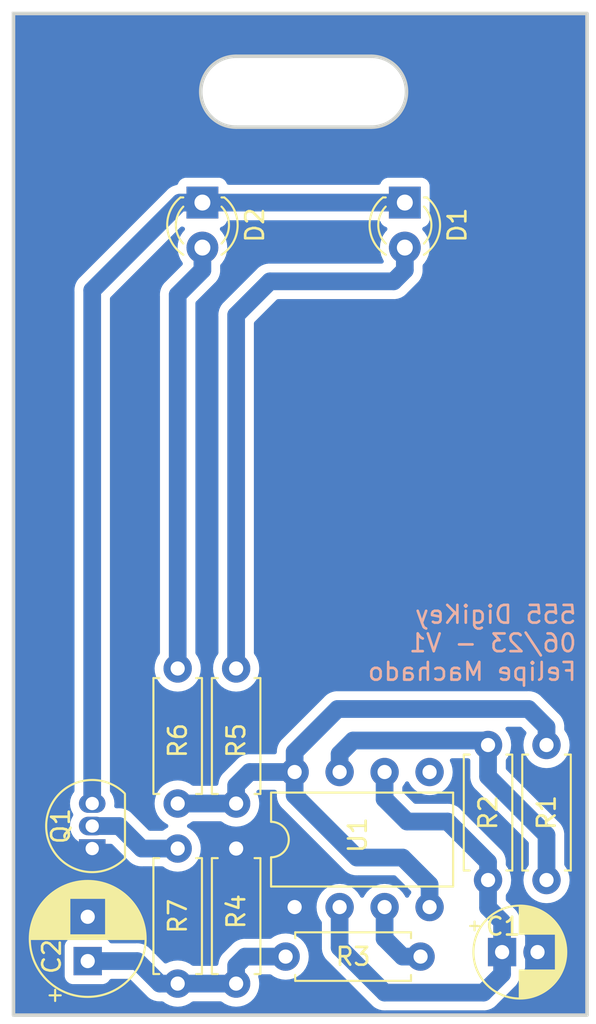
<source format=kicad_pcb>
(kicad_pcb (version 20221018) (generator pcbnew)
  (title_block (title "Project by digiKey") (date "2023-06-14") (rev "V1") (comment 2 "creativecommons.org/licenses/by/4.0/") (comment 3 "License: CC by 4.0") (comment 4 "Author: Felipe Machado"))
  (layers (0 "F.Cu" signal) (31 "B.Cu" signal) (34 "B.Paste" user) (35 "F.Paste" user) (36 "B.SilkS" user "B.Silkscreen") (37 "F.SilkS" user "F.Silkscreen") (38 "B.Mask" user) (39 "F.Mask" user) (44 "Edge.Cuts" user))
  (net 0 "")
  (net 1 "Net-(U1-THR)")
  (net 2 "GND")
  (net 3 "Net-(C2-Pad1)")
  (net 4 "Net-(D1-K)")
  (net 5 "Net-(D1-A)")
  (net 6 "Net-(D2-A)")
  (net 7 "Net-(Q1-B)")
  (net 8 "VCC")
  (net 9 "Net-(U1-DIS)")
  (net 10 "Net-(U1-OUT)")
  (footprint "Package_TO_SOT_THT:TO-92_Inline" (layer "F.Cu") (at 132.842 146.304 90)
    (fp_text reference "Q1" (at 1.27 -1.778 90) (layer "F.SilkS"))
    (fp_text value "2N3904")
    (fp_line (start -0.53 1.85) (end 3.07 1.85) (stroke (width 0.12)) (layer "F.SilkS"))
    (fp_arc (start -0.568478 1.838478) (mid -1.132087 -0.994977) (end 1.27 -2.6) (stroke (width 0.12)) (layer "F.SilkS"))
    (fp_arc (start 1.27 -2.6) (mid 3.672087 -0.994977) (end 3.108478 1.838478) (stroke (width 0.12)) (layer "F.SilkS"))
    (pad "1" thru_hole rect (at 0 0 90) (size 1.05 1.5) (drill 0.75) (layers "*.Cu" "*.Mask") (net 2 "GND"))
    (pad "2" thru_hole oval (at 1.27 0 90) (size 1.05 1.5) (drill 0.75) (layers "*.Cu" "*.Mask") (net 7 "Net-(Q1-B)"))
    (pad "3" thru_hole oval (at 2.54 0 90) (size 1.05 1.5) (drill 0.75) (layers "*.Cu" "*.Mask") (net 4 "Net-(D1-K)"))
  )
  (footprint "Resistor_THT:R_Axial_DIN0207_L6.3mm_D2.5mm_P7.62mm_Horizontal" (layer "F.Cu") (at 151.384 152.4 180)
    (fp_text reference "R3" (at 3.81 0) (layer "F.SilkS"))
    (fp_text value "22k")
    (fp_line (start 0.54 -1.37) (end 7.08 -1.37) (stroke (width 0.12)) (layer "F.SilkS"))
    (fp_line (start 0.54 -1.04) (end 0.54 -1.37) (stroke (width 0.12)) (layer "F.SilkS"))
    (fp_line (start 0.54 1.04) (end 0.54 1.37) (stroke (width 0.12)) (layer "F.SilkS"))
    (fp_line (start 0.54 1.37) (end 7.08 1.37) (stroke (width 0.12)) (layer "F.SilkS"))
    (fp_line (start 7.08 -1.37) (end 7.08 -1.04) (stroke (width 0.12)) (layer "F.SilkS"))
    (fp_line (start 7.08 1.37) (end 7.08 1.04) (stroke (width 0.12)) (layer "F.SilkS"))
    (pad "1" thru_hole circle (at 0 0 180) (size 1.6 1.6) (drill 0.8) (layers "*.Cu" "*.Mask") (net 10 "Net-(U1-OUT)"))
    (pad "2" thru_hole oval (at 7.62 0 180) (size 1.6 1.6) (drill 0.8) (layers "*.Cu" "*.Mask") (net 3 "Net-(C2-Pad1)"))
  )
  (footprint "Capacitor_THT:CP_Radial_D6.3mm_P2.50mm" (layer "F.Cu") (at 132.588 152.654 90)
    (fp_text reference "C2" (at 0.254 -2.032 90) (layer "F.SilkS"))
    (fp_text value "100uF")
    (fp_line (start -2.250241 -1.839) (end -1.620241 -1.839) (stroke (width 0.12)) (layer "F.SilkS"))
    (fp_line (start -1.935241 -2.154) (end -1.935241 -1.524) (stroke (width 0.12)) (layer "F.SilkS"))
    (fp_line (start 1.25 -3.23) (end 1.25 3.23) (stroke (width 0.12)) (layer "F.SilkS"))
    (fp_line (start 1.29 -3.23) (end 1.29 3.23) (stroke (width 0.12)) (layer "F.SilkS"))
    (fp_line (start 1.33 -3.23) (end 1.33 3.23) (stroke (width 0.12)) (layer "F.SilkS"))
    (fp_line (start 1.37 -3.228) (end 1.37 3.228) (stroke (width 0.12)) (layer "F.SilkS"))
    (fp_line (start 1.41 -3.227) (end 1.41 3.227) (stroke (width 0.12)) (layer "F.SilkS"))
    (fp_line (start 1.45 -3.224) (end 1.45 3.224) (stroke (width 0.12)) (layer "F.SilkS"))
    (fp_line (start 1.49 -3.222) (end 1.49 -1.04) (stroke (width 0.12)) (layer "F.SilkS"))
    (fp_line (start 1.49 1.04) (end 1.49 3.222) (stroke (width 0.12)) (layer "F.SilkS"))
    (fp_line (start 1.53 -3.218) (end 1.53 -1.04) (stroke (width 0.12)) (layer "F.SilkS"))
    (fp_line (start 1.53 1.04) (end 1.53 3.218) (stroke (width 0.12)) (layer "F.SilkS"))
    (fp_line (start 1.57 -3.215) (end 1.57 -1.04) (stroke (width 0.12)) (layer "F.SilkS"))
    (fp_line (start 1.57 1.04) (end 1.57 3.215) (stroke (width 0.12)) (layer "F.SilkS"))
    (fp_line (start 1.61 -3.211) (end 1.61 -1.04) (stroke (width 0.12)) (layer "F.SilkS"))
    (fp_line (start 1.61 1.04) (end 1.61 3.211) (stroke (width 0.12)) (layer "F.SilkS"))
    (fp_line (start 1.65 -3.206) (end 1.65 -1.04) (stroke (width 0.12)) (layer "F.SilkS"))
    (fp_line (start 1.65 1.04) (end 1.65 3.206) (stroke (width 0.12)) (layer "F.SilkS"))
    (fp_line (start 1.69 -3.201) (end 1.69 -1.04) (stroke (width 0.12)) (layer "F.SilkS"))
    (fp_line (start 1.69 1.04) (end 1.69 3.201) (stroke (width 0.12)) (layer "F.SilkS"))
    (fp_line (start 1.73 -3.195) (end 1.73 -1.04) (stroke (width 0.12)) (layer "F.SilkS"))
    (fp_line (start 1.73 1.04) (end 1.73 3.195) (stroke (width 0.12)) (layer "F.SilkS"))
    (fp_line (start 1.77 -3.189) (end 1.77 -1.04) (stroke (width 0.12)) (layer "F.SilkS"))
    (fp_line (start 1.77 1.04) (end 1.77 3.189) (stroke (width 0.12)) (layer "F.SilkS"))
    (fp_line (start 1.81 -3.182) (end 1.81 -1.04) (stroke (width 0.12)) (layer "F.SilkS"))
    (fp_line (start 1.81 1.04) (end 1.81 3.182) (stroke (width 0.12)) (layer "F.SilkS"))
    (fp_line (start 1.85 -3.175) (end 1.85 -1.04) (stroke (width 0.12)) (layer "F.SilkS"))
    (fp_line (start 1.85 1.04) (end 1.85 3.175) (stroke (width 0.12)) (layer "F.SilkS"))
    (fp_line (start 1.89 -3.167) (end 1.89 -1.04) (stroke (width 0.12)) (layer "F.SilkS"))
    (fp_line (start 1.89 1.04) (end 1.89 3.167) (stroke (width 0.12)) (layer "F.SilkS"))
    (fp_line (start 1.93 -3.159) (end 1.93 -1.04) (stroke (width 0.12)) (layer "F.SilkS"))
    (fp_line (start 1.93 1.04) (end 1.93 3.159) (stroke (width 0.12)) (layer "F.SilkS"))
    (fp_line (start 1.971 -3.15) (end 1.971 -1.04) (stroke (width 0.12)) (layer "F.SilkS"))
    (fp_line (start 1.971 1.04) (end 1.971 3.15) (stroke (width 0.12)) (layer "F.SilkS"))
    (fp_line (start 2.011 -3.141) (end 2.011 -1.04) (stroke (width 0.12)) (layer "F.SilkS"))
    (fp_line (start 2.011 1.04) (end 2.011 3.141) (stroke (width 0.12)) (layer "F.SilkS"))
    (fp_line (start 2.051 -3.131) (end 2.051 -1.04) (stroke (width 0.12)) (layer "F.SilkS"))
    (fp_line (start 2.051 1.04) (end 2.051 3.131) (stroke (width 0.12)) (layer "F.SilkS"))
    (fp_line (start 2.091 -3.121) (end 2.091 -1.04) (stroke (width 0.12)) (layer "F.SilkS"))
    (fp_line (start 2.091 1.04) (end 2.091 3.121) (stroke (width 0.12)) (layer "F.SilkS"))
    (fp_line (start 2.131 -3.11) (end 2.131 -1.04) (stroke (width 0.12)) (layer "F.SilkS"))
    (fp_line (start 2.131 1.04) (end 2.131 3.11) (stroke (width 0.12)) (layer "F.SilkS"))
    (fp_line (start 2.171 -3.098) (end 2.171 -1.04) (stroke (width 0.12)) (layer "F.SilkS"))
    (fp_line (start 2.171 1.04) (end 2.171 3.098) (stroke (width 0.12)) (layer "F.SilkS"))
    (fp_line (start 2.211 -3.086) (end 2.211 -1.04) (stroke (width 0.12)) (layer "F.SilkS"))
    (fp_line (start 2.211 1.04) (end 2.211 3.086) (stroke (width 0.12)) (layer "F.SilkS"))
    (fp_line (start 2.251 -3.074) (end 2.251 -1.04) (stroke (width 0.12)) (layer "F.SilkS"))
    (fp_line (start 2.251 1.04) (end 2.251 3.074) (stroke (width 0.12)) (layer "F.SilkS"))
    (fp_line (start 2.291 -3.061) (end 2.291 -1.04) (stroke (width 0.12)) (layer "F.SilkS"))
    (fp_line (start 2.291 1.04) (end 2.291 3.061) (stroke (width 0.12)) (layer "F.SilkS"))
    (fp_line (start 2.331 -3.047) (end 2.331 -1.04) (stroke (width 0.12)) (layer "F.SilkS"))
    (fp_line (start 2.331 1.04) (end 2.331 3.047) (stroke (width 0.12)) (layer "F.SilkS"))
    (fp_line (start 2.371 -3.033) (end 2.371 -1.04) (stroke (width 0.12)) (layer "F.SilkS"))
    (fp_line (start 2.371 1.04) (end 2.371 3.033) (stroke (width 0.12)) (layer "F.SilkS"))
    (fp_line (start 2.411 -3.018) (end 2.411 -1.04) (stroke (width 0.12)) (layer "F.SilkS"))
    (fp_line (start 2.411 1.04) (end 2.411 3.018) (stroke (width 0.12)) (layer "F.SilkS"))
    (fp_line (start 2.451 -3.002) (end 2.451 -1.04) (stroke (width 0.12)) (layer "F.SilkS"))
    (fp_line (start 2.451 1.04) (end 2.451 3.002) (stroke (width 0.12)) (layer "F.SilkS"))
    (fp_line (start 2.491 -2.986) (end 2.491 -1.04) (stroke (width 0.12)) (layer "F.SilkS"))
    (fp_line (start 2.491 1.04) (end 2.491 2.986) (stroke (width 0.12)) (layer "F.SilkS"))
    (fp_line (start 2.531 -2.97) (end 2.531 -1.04) (stroke (width 0.12)) (layer "F.SilkS"))
    (fp_line (start 2.531 1.04) (end 2.531 2.97) (stroke (width 0.12)) (layer "F.SilkS"))
    (fp_line (start 2.571 -2.952) (end 2.571 -1.04) (stroke (width 0.12)) (layer "F.SilkS"))
    (fp_line (start 2.571 1.04) (end 2.571 2.952) (stroke (width 0.12)) (layer "F.SilkS"))
    (fp_line (start 2.611 -2.934) (end 2.611 -1.04) (stroke (width 0.12)) (layer "F.SilkS"))
    (fp_line (start 2.611 1.04) (end 2.611 2.934) (stroke (width 0.12)) (layer "F.SilkS"))
    (fp_line (start 2.651 -2.916) (end 2.651 -1.04) (stroke (width 0.12)) (layer "F.SilkS"))
    (fp_line (start 2.651 1.04) (end 2.651 2.916) (stroke (width 0.12)) (layer "F.SilkS"))
    (fp_line (start 2.691 -2.896) (end 2.691 -1.04) (stroke (width 0.12)) (layer "F.SilkS"))
    (fp_line (start 2.691 1.04) (end 2.691 2.896) (stroke (width 0.12)) (layer "F.SilkS"))
    (fp_line (start 2.731 -2.876) (end 2.731 -1.04) (stroke (width 0.12)) (layer "F.SilkS"))
    (fp_line (start 2.731 1.04) (end 2.731 2.876) (stroke (width 0.12)) (layer "F.SilkS"))
    (fp_line (start 2.771 -2.856) (end 2.771 -1.04) (stroke (width 0.12)) (layer "F.SilkS"))
    (fp_line (start 2.771 1.04) (end 2.771 2.856) (stroke (width 0.12)) (layer "F.SilkS"))
    (fp_line (start 2.811 -2.834) (end 2.811 -1.04) (stroke (width 0.12)) (layer "F.SilkS"))
    (fp_line (start 2.811 1.04) (end 2.811 2.834) (stroke (width 0.12)) (layer "F.SilkS"))
    (fp_line (start 2.851 -2.812) (end 2.851 -1.04) (stroke (width 0.12)) (layer "F.SilkS"))
    (fp_line (start 2.851 1.04) (end 2.851 2.812) (stroke (width 0.12)) (layer "F.SilkS"))
    (fp_line (start 2.891 -2.79) (end 2.891 -1.04) (stroke (width 0.12)) (layer "F.SilkS"))
    (fp_line (start 2.891 1.04) (end 2.891 2.79) (stroke (width 0.12)) (layer "F.SilkS"))
    (fp_line (start 2.931 -2.766) (end 2.931 -1.04) (stroke (width 0.12)) (layer "F.SilkS"))
    (fp_line (start 2.931 1.04) (end 2.931 2.766) (stroke (width 0.12)) (layer "F.SilkS"))
    (fp_line (start 2.971 -2.742) (end 2.971 -1.04) (stroke (width 0.12)) (layer "F.SilkS"))
    (fp_line (start 2.971 1.04) (end 2.971 2.742) (stroke (width 0.12)) (layer "F.SilkS"))
    (fp_line (start 3.011 -2.716) (end 3.011 -1.04) (stroke (width 0.12)) (layer "F.SilkS"))
    (fp_line (start 3.011 1.04) (end 3.011 2.716) (stroke (width 0.12)) (layer "F.SilkS"))
    (fp_line (start 3.051 -2.69) (end 3.051 -1.04) (stroke (width 0.12)) (layer "F.SilkS"))
    (fp_line (start 3.051 1.04) (end 3.051 2.69) (stroke (width 0.12)) (layer "F.SilkS"))
    (fp_line (start 3.091 -2.664) (end 3.091 -1.04) (stroke (width 0.12)) (layer "F.SilkS"))
    (fp_line (start 3.091 1.04) (end 3.091 2.664) (stroke (width 0.12)) (layer "F.SilkS"))
    (fp_line (start 3.131 -2.636) (end 3.131 -1.04) (stroke (width 0.12)) (layer "F.SilkS"))
    (fp_line (start 3.131 1.04) (end 3.131 2.636) (stroke (width 0.12)) (layer "F.SilkS"))
    (fp_line (start 3.171 -2.607) (end 3.171 -1.04) (stroke (width 0.12)) (layer "F.SilkS"))
    (fp_line (start 3.171 1.04) (end 3.171 2.607) (stroke (width 0.12)) (layer "F.SilkS"))
    (fp_line (start 3.211 -2.578) (end 3.211 -1.04) (stroke (width 0.12)) (layer "F.SilkS"))
    (fp_line (start 3.211 1.04) (end 3.211 2.578) (stroke (width 0.12)) (layer "F.SilkS"))
    (fp_line (start 3.251 -2.548) (end 3.251 -1.04) (stroke (width 0.12)) (layer "F.SilkS"))
    (fp_line (start 3.251 1.04) (end 3.251 2.548) (stroke (width 0.12)) (layer "F.SilkS"))
    (fp_line (start 3.291 -2.516) (end 3.291 -1.04) (stroke (width 0.12)) (layer "F.SilkS"))
    (fp_line (start 3.291 1.04) (end 3.291 2.516) (stroke (width 0.12)) (layer "F.SilkS"))
    (fp_line (start 3.331 -2.484) (end 3.331 -1.04) (stroke (width 0.12)) (layer "F.SilkS"))
    (fp_line (start 3.331 1.04) (end 3.331 2.484) (stroke (width 0.12)) (layer "F.SilkS"))
    (fp_line (start 3.371 -2.45) (end 3.371 -1.04) (stroke (width 0.12)) (layer "F.SilkS"))
    (fp_line (start 3.371 1.04) (end 3.371 2.45) (stroke (width 0.12)) (layer "F.SilkS"))
    (fp_line (start 3.411 -2.416) (end 3.411 -1.04) (stroke (width 0.12)) (layer "F.SilkS"))
    (fp_line (start 3.411 1.04) (end 3.411 2.416) (stroke (width 0.12)) (layer "F.SilkS"))
    (fp_line (start 3.451 -2.38) (end 3.451 -1.04) (stroke (width 0.12)) (layer "F.SilkS"))
    (fp_line (start 3.451 1.04) (end 3.451 2.38) (stroke (width 0.12)) (layer "F.SilkS"))
    (fp_line (start 3.491 -2.343) (end 3.491 -1.04) (stroke (width 0.12)) (layer "F.SilkS"))
    (fp_line (start 3.491 1.04) (end 3.491 2.343) (stroke (width 0.12)) (layer "F.SilkS"))
    (fp_line (start 3.531 -2.305) (end 3.531 -1.04) (stroke (width 0.12)) (layer "F.SilkS"))
    (fp_line (start 3.531 1.04) (end 3.531 2.305) (stroke (width 0.12)) (layer "F.SilkS"))
    (fp_line (start 3.571 -2.265) (end 3.571 2.265) (stroke (width 0.12)) (layer "F.SilkS"))
    (fp_line (start 3.611 -2.224) (end 3.611 2.224) (stroke (width 0.12)) (layer "F.SilkS"))
    (fp_line (start 3.651 -2.182) (end 3.651 2.182) (stroke (width 0.12)) (layer "F.SilkS"))
    (fp_line (start 3.691 -2.137) (end 3.691 2.137) (stroke (width 0.12)) (layer "F.SilkS"))
    (fp_line (start 3.731 -2.092) (end 3.731 2.092) (stroke (width 0.12)) (layer "F.SilkS"))
    (fp_line (start 3.771 -2.044) (end 3.771 2.044) (stroke (width 0.12)) (layer "F.SilkS"))
    (fp_line (start 3.811 -1.995) (end 3.811 1.995) (stroke (width 0.12)) (layer "F.SilkS"))
    (fp_line (start 3.851 -1.944) (end 3.851 1.944) (stroke (width 0.12)) (layer "F.SilkS"))
    (fp_line (start 3.891 -1.89) (end 3.891 1.89) (stroke (width 0.12)) (layer "F.SilkS"))
    (fp_line (start 3.931 -1.834) (end 3.931 1.834) (stroke (width 0.12)) (layer "F.SilkS"))
    (fp_line (start 3.971 -1.776) (end 3.971 1.776) (stroke (width 0.12)) (layer "F.SilkS"))
    (fp_line (start 4.011 -1.714) (end 4.011 1.714) (stroke (width 0.12)) (layer "F.SilkS"))
    (fp_line (start 4.051 -1.65) (end 4.051 1.65) (stroke (width 0.12)) (layer "F.SilkS"))
    (fp_line (start 4.091 -1.581) (end 4.091 1.581) (stroke (width 0.12)) (layer "F.SilkS"))
    (fp_line (start 4.131 -1.509) (end 4.131 1.509) (stroke (width 0.12)) (layer "F.SilkS"))
    (fp_line (start 4.171 -1.432) (end 4.171 1.432) (stroke (width 0.12)) (layer "F.SilkS"))
    (fp_line (start 4.211 -1.35) (end 4.211 1.35) (stroke (width 0.12)) (layer "F.SilkS"))
    (fp_line (start 4.251 -1.262) (end 4.251 1.262) (stroke (width 0.12)) (layer "F.SilkS"))
    (fp_line (start 4.291 -1.165) (end 4.291 1.165) (stroke (width 0.12)) (layer "F.SilkS"))
    (fp_line (start 4.331 -1.059) (end 4.331 1.059) (stroke (width 0.12)) (layer "F.SilkS"))
    (fp_line (start 4.371 -0.94) (end 4.371 0.94) (stroke (width 0.12)) (layer "F.SilkS"))
    (fp_line (start 4.411 -0.802) (end 4.411 0.802) (stroke (width 0.12)) (layer "F.SilkS"))
    (fp_line (start 4.451 -0.633) (end 4.451 0.633) (stroke (width 0.12)) (layer "F.SilkS"))
    (fp_line (start 4.491 -0.402) (end 4.491 0.402) (stroke (width 0.12)) (layer "F.SilkS"))
    (fp_circle (center 1.25 0) (end 4.52 0) (stroke (width 0.12)) (fill none) (layer "F.SilkS"))
    (pad "1" thru_hole rect (at 0 0 90) (size 1.6 1.6) (drill 0.8) (layers "*.Cu" "*.Mask") (net 3 "Net-(C2-Pad1)"))
    (pad "2" thru_hole circle (at 2.5 0 90) (size 1.6 1.6) (drill 0.8) (layers "*.Cu" "*.Mask") (net 2 "GND"))
  )
  (footprint "Resistor_THT:R_Axial_DIN0207_L6.3mm_D2.5mm_P7.62mm_Horizontal" (layer "F.Cu") (at 140.97 143.764 90)
    (fp_text reference "R5" (at 3.556 0 90) (layer "F.SilkS"))
    (fp_text value "100")
    (fp_line (start 0.54 -1.37) (end 7.08 -1.37) (stroke (width 0.12)) (layer "F.SilkS"))
    (fp_line (start 0.54 -1.04) (end 0.54 -1.37) (stroke (width 0.12)) (layer "F.SilkS"))
    (fp_line (start 0.54 1.04) (end 0.54 1.37) (stroke (width 0.12)) (layer "F.SilkS"))
    (fp_line (start 0.54 1.37) (end 7.08 1.37) (stroke (width 0.12)) (layer "F.SilkS"))
    (fp_line (start 7.08 -1.37) (end 7.08 -1.04) (stroke (width 0.12)) (layer "F.SilkS"))
    (fp_line (start 7.08 1.37) (end 7.08 1.04) (stroke (width 0.12)) (layer "F.SilkS"))
    (pad "1" thru_hole circle (at 0 0 90) (size 1.6 1.6) (drill 0.8) (layers "*.Cu" "*.Mask") (net 8 "VCC"))
    (pad "2" thru_hole oval (at 7.62 0 90) (size 1.6 1.6) (drill 0.8) (layers "*.Cu" "*.Mask") (net 5 "Net-(D1-A)"))
  )
  (footprint "Resistor_THT:R_Axial_DIN0207_L6.3mm_D2.5mm_P7.62mm_Horizontal" (layer "F.Cu") (at 158.496 140.462 -90)
    (fp_text reference "R1" (at 3.81 0 90) (layer "F.SilkS"))
    (fp_text value "22k")
    (fp_line (start 0.54 -1.37) (end 7.08 -1.37) (stroke (width 0.12)) (layer "F.SilkS"))
    (fp_line (start 0.54 -1.04) (end 0.54 -1.37) (stroke (width 0.12)) (layer "F.SilkS"))
    (fp_line (start 0.54 1.04) (end 0.54 1.37) (stroke (width 0.12)) (layer "F.SilkS"))
    (fp_line (start 0.54 1.37) (end 7.08 1.37) (stroke (width 0.12)) (layer "F.SilkS"))
    (fp_line (start 7.08 -1.37) (end 7.08 -1.04) (stroke (width 0.12)) (layer "F.SilkS"))
    (fp_line (start 7.08 1.37) (end 7.08 1.04) (stroke (width 0.12)) (layer "F.SilkS"))
    (pad "1" thru_hole circle (at 0 0 270) (size 1.6 1.6) (drill 0.8) (layers "*.Cu" "*.Mask") (net 8 "VCC"))
    (pad "2" thru_hole oval (at 7.62 0 270) (size 1.6 1.6) (drill 0.8) (layers "*.Cu" "*.Mask") (net 9 "Net-(U1-DIS)"))
  )
  (footprint "Capacitor_THT:CP_Radial_D5.0mm_P2.00mm" (layer "F.Cu") (at 155.988 152.146)
    (fp_text reference "C1" (at 0.062 -1.446) (layer "F.SilkS"))
    (fp_text value "10uF")
    (fp_line (start -1.804775 -1.475) (end -1.304775 -1.475) (stroke (width 0.12)) (layer "F.SilkS"))
    (fp_line (start -1.554775 -1.725) (end -1.554775 -1.225) (stroke (width 0.12)) (layer "F.SilkS"))
    (fp_line (start 1 -2.58) (end 1 -1.04) (stroke (width 0.12)) (layer "F.SilkS"))
    (fp_line (start 1 1.04) (end 1 2.58) (stroke (width 0.12)) (layer "F.SilkS"))
    (fp_line (start 1.04 -2.58) (end 1.04 -1.04) (stroke (width 0.12)) (layer "F.SilkS"))
    (fp_line (start 1.04 1.04) (end 1.04 2.58) (stroke (width 0.12)) (layer "F.SilkS"))
    (fp_line (start 1.08 -2.579) (end 1.08 -1.04) (stroke (width 0.12)) (layer "F.SilkS"))
    (fp_line (start 1.08 1.04) (end 1.08 2.579) (stroke (width 0.12)) (layer "F.SilkS"))
    (fp_line (start 1.12 -2.578) (end 1.12 -1.04) (stroke (width 0.12)) (layer "F.SilkS"))
    (fp_line (start 1.12 1.04) (end 1.12 2.578) (stroke (width 0.12)) (layer "F.SilkS"))
    (fp_line (start 1.16 -2.576) (end 1.16 -1.04) (stroke (width 0.12)) (layer "F.SilkS"))
    (fp_line (start 1.16 1.04) (end 1.16 2.576) (stroke (width 0.12)) (layer "F.SilkS"))
    (fp_line (start 1.2 -2.573) (end 1.2 -1.04) (stroke (width 0.12)) (layer "F.SilkS"))
    (fp_line (start 1.2 1.04) (end 1.2 2.573) (stroke (width 0.12)) (layer "F.SilkS"))
    (fp_line (start 1.24 -2.569) (end 1.24 -1.04) (stroke (width 0.12)) (layer "F.SilkS"))
    (fp_line (start 1.24 1.04) (end 1.24 2.569) (stroke (width 0.12)) (layer "F.SilkS"))
    (fp_line (start 1.28 -2.565) (end 1.28 -1.04) (stroke (width 0.12)) (layer "F.SilkS"))
    (fp_line (start 1.28 1.04) (end 1.28 2.565) (stroke (width 0.12)) (layer "F.SilkS"))
    (fp_line (start 1.32 -2.561) (end 1.32 -1.04) (stroke (width 0.12)) (layer "F.SilkS"))
    (fp_line (start 1.32 1.04) (end 1.32 2.561) (stroke (width 0.12)) (layer "F.SilkS"))
    (fp_line (start 1.36 -2.556) (end 1.36 -1.04) (stroke (width 0.12)) (layer "F.SilkS"))
    (fp_line (start 1.36 1.04) (end 1.36 2.556) (stroke (width 0.12)) (layer "F.SilkS"))
    (fp_line (start 1.4 -2.55) (end 1.4 -1.04) (stroke (width 0.12)) (layer "F.SilkS"))
    (fp_line (start 1.4 1.04) (end 1.4 2.55) (stroke (width 0.12)) (layer "F.SilkS"))
    (fp_line (start 1.44 -2.543) (end 1.44 -1.04) (stroke (width 0.12)) (layer "F.SilkS"))
    (fp_line (start 1.44 1.04) (end 1.44 2.543) (stroke (width 0.12)) (layer "F.SilkS"))
    (fp_line (start 1.48 -2.536) (end 1.48 -1.04) (stroke (width 0.12)) (layer "F.SilkS"))
    (fp_line (start 1.48 1.04) (end 1.48 2.536) (stroke (width 0.12)) (layer "F.SilkS"))
    (fp_line (start 1.52 -2.528) (end 1.52 -1.04) (stroke (width 0.12)) (layer "F.SilkS"))
    (fp_line (start 1.52 1.04) (end 1.52 2.528) (stroke (width 0.12)) (layer "F.SilkS"))
    (fp_line (start 1.56 -2.52) (end 1.56 -1.04) (stroke (width 0.12)) (layer "F.SilkS"))
    (fp_line (start 1.56 1.04) (end 1.56 2.52) (stroke (width 0.12)) (layer "F.SilkS"))
    (fp_line (start 1.6 -2.511) (end 1.6 -1.04) (stroke (width 0.12)) (layer "F.SilkS"))
    (fp_line (start 1.6 1.04) (end 1.6 2.511) (stroke (width 0.12)) (layer "F.SilkS"))
    (fp_line (start 1.64 -2.501) (end 1.64 -1.04) (stroke (width 0.12)) (layer "F.SilkS"))
    (fp_line (start 1.64 1.04) (end 1.64 2.501) (stroke (width 0.12)) (layer "F.SilkS"))
    (fp_line (start 1.68 -2.491) (end 1.68 -1.04) (stroke (width 0.12)) (layer "F.SilkS"))
    (fp_line (start 1.68 1.04) (end 1.68 2.491) (stroke (width 0.12)) (layer "F.SilkS"))
    (fp_line (start 1.721 -2.48) (end 1.721 -1.04) (stroke (width 0.12)) (layer "F.SilkS"))
    (fp_line (start 1.721 1.04) (end 1.721 2.48) (stroke (width 0.12)) (layer "F.SilkS"))
    (fp_line (start 1.761 -2.468) (end 1.761 -1.04) (stroke (width 0.12)) (layer "F.SilkS"))
    (fp_line (start 1.761 1.04) (end 1.761 2.468) (stroke (width 0.12)) (layer "F.SilkS"))
    (fp_line (start 1.801 -2.455) (end 1.801 -1.04) (stroke (width 0.12)) (layer "F.SilkS"))
    (fp_line (start 1.801 1.04) (end 1.801 2.455) (stroke (width 0.12)) (layer "F.SilkS"))
    (fp_line (start 1.841 -2.442) (end 1.841 -1.04) (stroke (width 0.12)) (layer "F.SilkS"))
    (fp_line (start 1.841 1.04) (end 1.841 2.442) (stroke (width 0.12)) (layer "F.SilkS"))
    (fp_line (start 1.881 -2.428) (end 1.881 -1.04) (stroke (width 0.12)) (layer "F.SilkS"))
    (fp_line (start 1.881 1.04) (end 1.881 2.428) (stroke (width 0.12)) (layer "F.SilkS"))
    (fp_line (start 1.921 -2.414) (end 1.921 -1.04) (stroke (width 0.12)) (layer "F.SilkS"))
    (fp_line (start 1.921 1.04) (end 1.921 2.414) (stroke (width 0.12)) (layer "F.SilkS"))
    (fp_line (start 1.961 -2.398) (end 1.961 -1.04) (stroke (width 0.12)) (layer "F.SilkS"))
    (fp_line (start 1.961 1.04) (end 1.961 2.398) (stroke (width 0.12)) (layer "F.SilkS"))
    (fp_line (start 2.001 -2.382) (end 2.001 -1.04) (stroke (width 0.12)) (layer "F.SilkS"))
    (fp_line (start 2.001 1.04) (end 2.001 2.382) (stroke (width 0.12)) (layer "F.SilkS"))
    (fp_line (start 2.041 -2.365) (end 2.041 -1.04) (stroke (width 0.12)) (layer "F.SilkS"))
    (fp_line (start 2.041 1.04) (end 2.041 2.365) (stroke (width 0.12)) (layer "F.SilkS"))
    (fp_line (start 2.081 -2.348) (end 2.081 -1.04) (stroke (width 0.12)) (layer "F.SilkS"))
    (fp_line (start 2.081 1.04) (end 2.081 2.348) (stroke (width 0.12)) (layer "F.SilkS"))
    (fp_line (start 2.121 -2.329) (end 2.121 -1.04) (stroke (width 0.12)) (layer "F.SilkS"))
    (fp_line (start 2.121 1.04) (end 2.121 2.329) (stroke (width 0.12)) (layer "F.SilkS"))
    (fp_line (start 2.161 -2.31) (end 2.161 -1.04) (stroke (width 0.12)) (layer "F.SilkS"))
    (fp_line (start 2.161 1.04) (end 2.161 2.31) (stroke (width 0.12)) (layer "F.SilkS"))
    (fp_line (start 2.201 -2.29) (end 2.201 -1.04) (stroke (width 0.12)) (layer "F.SilkS"))
    (fp_line (start 2.201 1.04) (end 2.201 2.29) (stroke (width 0.12)) (layer "F.SilkS"))
    (fp_line (start 2.241 -2.268) (end 2.241 -1.04) (stroke (width 0.12)) (layer "F.SilkS"))
    (fp_line (start 2.241 1.04) (end 2.241 2.268) (stroke (width 0.12)) (layer "F.SilkS"))
    (fp_line (start 2.281 -2.247) (end 2.281 -1.04) (stroke (width 0.12)) (layer "F.SilkS"))
    (fp_line (start 2.281 1.04) (end 2.281 2.247) (stroke (width 0.12)) (layer "F.SilkS"))
    (fp_line (start 2.321 -2.224) (end 2.321 -1.04) (stroke (width 0.12)) (layer "F.SilkS"))
    (fp_line (start 2.321 1.04) (end 2.321 2.224) (stroke (width 0.12)) (layer "F.SilkS"))
    (fp_line (start 2.361 -2.2) (end 2.361 -1.04) (stroke (width 0.12)) (layer "F.SilkS"))
    (fp_line (start 2.361 1.04) (end 2.361 2.2) (stroke (width 0.12)) (layer "F.SilkS"))
    (fp_line (start 2.401 -2.175) (end 2.401 -1.04) (stroke (width 0.12)) (layer "F.SilkS"))
    (fp_line (start 2.401 1.04) (end 2.401 2.175) (stroke (width 0.12)) (layer "F.SilkS"))
    (fp_line (start 2.441 -2.149) (end 2.441 -1.04) (stroke (width 0.12)) (layer "F.SilkS"))
    (fp_line (start 2.441 1.04) (end 2.441 2.149) (stroke (width 0.12)) (layer "F.SilkS"))
    (fp_line (start 2.481 -2.122) (end 2.481 -1.04) (stroke (width 0.12)) (layer "F.SilkS"))
    (fp_line (start 2.481 1.04) (end 2.481 2.122) (stroke (width 0.12)) (layer "F.SilkS"))
    (fp_line (start 2.521 -2.095) (end 2.521 -1.04) (stroke (width 0.12)) (layer "F.SilkS"))
    (fp_line (start 2.521 1.04) (end 2.521 2.095) (stroke (width 0.12)) (layer "F.SilkS"))
    (fp_line (start 2.561 -2.065) (end 2.561 -1.04) (stroke (width 0.12)) (layer "F.SilkS"))
    (fp_line (start 2.561 1.04) (end 2.561 2.065) (stroke (width 0.12)) (layer "F.SilkS"))
    (fp_line (start 2.601 -2.035) (end 2.601 -1.04) (stroke (width 0.12)) (layer "F.SilkS"))
    (fp_line (start 2.601 1.04) (end 2.601 2.035) (stroke (width 0.12)) (layer "F.SilkS"))
    (fp_line (start 2.641 -2.004) (end 2.641 -1.04) (stroke (width 0.12)) (layer "F.SilkS"))
    (fp_line (start 2.641 1.04) (end 2.641 2.004) (stroke (width 0.12)) (layer "F.SilkS"))
    (fp_line (start 2.681 -1.971) (end 2.681 -1.04) (stroke (width 0.12)) (layer "F.SilkS"))
    (fp_line (start 2.681 1.04) (end 2.681 1.971) (stroke (width 0.12)) (layer "F.SilkS"))
    (fp_line (start 2.721 -1.937) (end 2.721 -1.04) (stroke (width 0.12)) (layer "F.SilkS"))
    (fp_line (start 2.721 1.04) (end 2.721 1.937) (stroke (width 0.12)) (layer "F.SilkS"))
    (fp_line (start 2.761 -1.901) (end 2.761 -1.04) (stroke (width 0.12)) (layer "F.SilkS"))
    (fp_line (start 2.761 1.04) (end 2.761 1.901) (stroke (width 0.12)) (layer "F.SilkS"))
    (fp_line (start 2.801 -1.864) (end 2.801 -1.04) (stroke (width 0.12)) (layer "F.SilkS"))
    (fp_line (start 2.801 1.04) (end 2.801 1.864) (stroke (width 0.12)) (layer "F.SilkS"))
    (fp_line (start 2.841 -1.826) (end 2.841 -1.04) (stroke (width 0.12)) (layer "F.SilkS"))
    (fp_line (start 2.841 1.04) (end 2.841 1.826) (stroke (width 0.12)) (layer "F.SilkS"))
    (fp_line (start 2.881 -1.785) (end 2.881 -1.04) (stroke (width 0.12)) (layer "F.SilkS"))
    (fp_line (start 2.881 1.04) (end 2.881 1.785) (stroke (width 0.12)) (layer "F.SilkS"))
    (fp_line (start 2.921 -1.743) (end 2.921 -1.04) (stroke (width 0.12)) (layer "F.SilkS"))
    (fp_line (start 2.921 1.04) (end 2.921 1.743) (stroke (width 0.12)) (layer "F.SilkS"))
    (fp_line (start 2.961 -1.699) (end 2.961 -1.04) (stroke (width 0.12)) (layer "F.SilkS"))
    (fp_line (start 2.961 1.04) (end 2.961 1.699) (stroke (width 0.12)) (layer "F.SilkS"))
    (fp_line (start 3.001 -1.653) (end 3.001 -1.04) (stroke (width 0.12)) (layer "F.SilkS"))
    (fp_line (start 3.001 1.04) (end 3.001 1.653) (stroke (width 0.12)) (layer "F.SilkS"))
    (fp_line (start 3.041 -1.605) (end 3.041 1.605) (stroke (width 0.12)) (layer "F.SilkS"))
    (fp_line (start 3.081 -1.554) (end 3.081 1.554) (stroke (width 0.12)) (layer "F.SilkS"))
    (fp_line (start 3.121 -1.5) (end 3.121 1.5) (stroke (width 0.12)) (layer "F.SilkS"))
    (fp_line (start 3.161 -1.443) (end 3.161 1.443) (stroke (width 0.12)) (layer "F.SilkS"))
    (fp_line (start 3.201 -1.383) (end 3.201 1.383) (stroke (width 0.12)) (layer "F.SilkS"))
    (fp_line (start 3.241 -1.319) (end 3.241 1.319) (stroke (width 0.12)) (layer "F.SilkS"))
    (fp_line (start 3.281 -1.251) (end 3.281 1.251) (stroke (width 0.12)) (layer "F.SilkS"))
    (fp_line (start 3.321 -1.178) (end 3.321 1.178) (stroke (width 0.12)) (layer "F.SilkS"))
    (fp_line (start 3.361 -1.098) (end 3.361 1.098) (stroke (width 0.12)) (layer "F.SilkS"))
    (fp_line (start 3.401 -1.011) (end 3.401 1.011) (stroke (width 0.12)) (layer "F.SilkS"))
    (fp_line (start 3.441 -0.915) (end 3.441 0.915) (stroke (width 0.12)) (layer "F.SilkS"))
    (fp_line (start 3.481 -0.805) (end 3.481 0.805) (stroke (width 0.12)) (layer "F.SilkS"))
    (fp_line (start 3.521 -0.677) (end 3.521 0.677) (stroke (width 0.12)) (layer "F.SilkS"))
    (fp_line (start 3.561 -0.518) (end 3.561 0.518) (stroke (width 0.12)) (layer "F.SilkS"))
    (fp_line (start 3.601 -0.284) (end 3.601 0.284) (stroke (width 0.12)) (layer "F.SilkS"))
    (fp_circle (center 1 0) (end 3.62 0) (stroke (width 0.12)) (fill none) (layer "F.SilkS"))
    (pad "1" thru_hole rect (at 0 0) (size 1.6 1.6) (drill 0.8) (layers "*.Cu" "*.Mask") (net 1 "Net-(U1-THR)"))
    (pad "2" thru_hole circle (at 2 0) (size 1.6 1.6) (drill 0.8) (layers "*.Cu" "*.Mask") (net 2 "GND"))
  )
  (footprint "Resistor_THT:R_Axial_DIN0207_L6.3mm_D2.5mm_P7.62mm_Horizontal" (layer "F.Cu") (at 137.668 153.924 90)
    (fp_text reference "R7" (at 3.81 0 90) (layer "F.SilkS"))
    (fp_text value "10k")
    (fp_line (start 0.54 -1.37) (end 7.08 -1.37) (stroke (width 0.12)) (layer "F.SilkS"))
    (fp_line (start 0.54 -1.04) (end 0.54 -1.37) (stroke (width 0.12)) (layer "F.SilkS"))
    (fp_line (start 0.54 1.04) (end 0.54 1.37) (stroke (width 0.12)) (layer "F.SilkS"))
    (fp_line (start 0.54 1.37) (end 7.08 1.37) (stroke (width 0.12)) (layer "F.SilkS"))
    (fp_line (start 7.08 -1.37) (end 7.08 -1.04) (stroke (width 0.12)) (layer "F.SilkS"))
    (fp_line (start 7.08 1.37) (end 7.08 1.04) (stroke (width 0.12)) (layer "F.SilkS"))
    (pad "1" thru_hole circle (at 0 0 90) (size 1.6 1.6) (drill 0.8) (layers "*.Cu" "*.Mask") (net 3 "Net-(C2-Pad1)"))
    (pad "2" thru_hole oval (at 7.62 0 90) (size 1.6 1.6) (drill 0.8) (layers "*.Cu" "*.Mask") (net 7 "Net-(Q1-B)"))
  )
  (footprint "Resistor_THT:R_Axial_DIN0207_L6.3mm_D2.5mm_P7.62mm_Horizontal" (layer "F.Cu") (at 137.668 143.764 90)
    (fp_text reference "R6" (at 3.556 0 90) (layer "F.SilkS"))
    (fp_text value "100")
    (fp_line (start 0.54 -1.37) (end 7.08 -1.37) (stroke (width 0.12)) (layer "F.SilkS"))
    (fp_line (start 0.54 -1.04) (end 0.54 -1.37) (stroke (width 0.12)) (layer "F.SilkS"))
    (fp_line (start 0.54 1.04) (end 0.54 1.37) (stroke (width 0.12)) (layer "F.SilkS"))
    (fp_line (start 0.54 1.37) (end 7.08 1.37) (stroke (width 0.12)) (layer "F.SilkS"))
    (fp_line (start 7.08 -1.37) (end 7.08 -1.04) (stroke (width 0.12)) (layer "F.SilkS"))
    (fp_line (start 7.08 1.37) (end 7.08 1.04) (stroke (width 0.12)) (layer "F.SilkS"))
    (pad "1" thru_hole circle (at 0 0 90) (size 1.6 1.6) (drill 0.8) (layers "*.Cu" "*.Mask") (net 8 "VCC"))
    (pad "2" thru_hole oval (at 7.62 0 90) (size 1.6 1.6) (drill 0.8) (layers "*.Cu" "*.Mask") (net 6 "Net-(D2-A)"))
  )
  (footprint "Resistor_THT:R_Axial_DIN0207_L6.3mm_D2.5mm_P7.62mm_Horizontal" (layer "F.Cu") (at 140.97 153.924 90)
    (fp_text reference "R4" (at 4.064 0 90) (layer "F.SilkS"))
    (fp_text value "100k")
    (fp_line (start 0.54 -1.37) (end 7.08 -1.37) (stroke (width 0.12)) (layer "F.SilkS"))
    (fp_line (start 0.54 -1.04) (end 0.54 -1.37) (stroke (width 0.12)) (layer "F.SilkS"))
    (fp_line (start 0.54 1.04) (end 0.54 1.37) (stroke (width 0.12)) (layer "F.SilkS"))
    (fp_line (start 0.54 1.37) (end 7.08 1.37) (stroke (width 0.12)) (layer "F.SilkS"))
    (fp_line (start 7.08 -1.37) (end 7.08 -1.04) (stroke (width 0.12)) (layer "F.SilkS"))
    (fp_line (start 7.08 1.37) (end 7.08 1.04) (stroke (width 0.12)) (layer "F.SilkS"))
    (pad "1" thru_hole circle (at 0 0 90) (size 1.6 1.6) (drill 0.8) (layers "*.Cu" "*.Mask") (net 3 "Net-(C2-Pad1)"))
    (pad "2" thru_hole oval (at 7.62 0 90) (size 1.6 1.6) (drill 0.8) (layers "*.Cu" "*.Mask") (net 2 "GND"))
  )
  (footprint "Package_DIP:DIP-8_W7.62mm" (layer "F.Cu") (at 144.272 149.606 90)
    (fp_text reference "U1" (at 4.064 3.556 90) (layer "F.SilkS"))
    (fp_text value "NE555P")
    (fp_line (start 1.16 -1.33) (end 1.16 8.95) (stroke (width 0.12)) (layer "F.SilkS"))
    (fp_line (start 1.16 8.95) (end 6.46 8.95) (stroke (width 0.12)) (layer "F.SilkS"))
    (fp_line (start 2.81 -1.33) (end 1.16 -1.33) (stroke (width 0.12)) (layer "F.SilkS"))
    (fp_line (start 6.46 -1.33) (end 4.81 -1.33) (stroke (width 0.12)) (layer "F.SilkS"))
    (fp_line (start 6.46 8.95) (end 6.46 -1.33) (stroke (width 0.12)) (layer "F.SilkS"))
    (fp_arc (start 4.81 -1.33) (mid 3.81 -0.33) (end 2.81 -1.33) (stroke (width 0.12)) (layer "F.SilkS"))
    (pad "1" thru_hole rect (at 0 0 90) (size 1.6 1.6) (drill 0.8) (layers "*.Cu" "*.Mask") (net 2 "GND"))
    (pad "2" thru_hole oval (at 0 2.54 90) (size 1.6 1.6) (drill 0.8) (layers "*.Cu" "*.Mask") (net 1 "Net-(U1-THR)"))
    (pad "3" thru_hole oval (at 0 5.08 90) (size 1.6 1.6) (drill 0.8) (layers "*.Cu" "*.Mask") (net 10 "Net-(U1-OUT)"))
    (pad "4" thru_hole oval (at 0 7.62 90) (size 1.6 1.6) (drill 0.8) (layers "*.Cu" "*.Mask") (net 8 "VCC"))
    (pad "5" thru_hole oval (at 7.62 7.62 90) (size 1.6 1.6) (drill 0.8) (layers "*.Cu" "*.Mask"))
    (pad "6" thru_hole oval (at 7.62 5.08 90) (size 1.6 1.6) (drill 0.8) (layers "*.Cu" "*.Mask") (net 1 "Net-(U1-THR)"))
    (pad "7" thru_hole oval (at 7.62 2.54 90) (size 1.6 1.6) (drill 0.8) (layers "*.Cu" "*.Mask") (net 9 "Net-(U1-DIS)"))
    (pad "8" thru_hole oval (at 7.62 0 90) (size 1.6 1.6) (drill 0.8) (layers "*.Cu" "*.Mask") (net 8 "VCC"))
  )
  (footprint "LED_THT:LED_D3.0mm" (layer "F.Cu") (at 150.495 109.855 -90)
    (fp_text reference "D1" (at 1.27 -2.96 90) (layer "F.SilkS"))
    (fp_text value "RED")
    (fp_line (start -0.29 -1.236) (end -0.29 -1.08) (stroke (width 0.12)) (layer "F.SilkS"))
    (fp_line (start -0.29 1.08) (end -0.29 1.236) (stroke (width 0.12)) (layer "F.SilkS"))
    (fp_arc (start -0.29 -1.235516) (mid 1.366487 -1.987659) (end 2.942335 -1.078608) (stroke (width 0.12)) (layer "F.SilkS"))
    (fp_arc (start 0.229039 -1.08) (mid 1.270117 -1.5) (end 2.31113 -1.079837) (stroke (width 0.12)) (layer "F.SilkS"))
    (fp_arc (start 2.31113 1.079837) (mid 1.270117 1.5) (end 0.229039 1.08) (stroke (width 0.12)) (layer "F.SilkS"))
    (fp_arc (start 2.942335 1.078608) (mid 1.366487 1.987659) (end -0.29 1.235516) (stroke (width 0.12)) (layer "F.SilkS"))
    (pad "1" thru_hole rect (at 0 0 270) (size 1.8 1.8) (drill 0.9) (layers "*.Cu" "*.Mask") (net 4 "Net-(D1-K)"))
    (pad "2" thru_hole circle (at 2.54 0 270) (size 1.8 1.8) (drill 0.9) (layers "*.Cu" "*.Mask") (net 5 "Net-(D1-A)"))
  )
  (footprint "LED_THT:LED_D3.0mm" (layer "F.Cu") (at 139.065 109.855 -90)
    (fp_text reference "D2" (at 1.27 -2.96 90) (layer "F.SilkS"))
    (fp_text value "RED")
    (fp_line (start -0.29 -1.236) (end -0.29 -1.08) (stroke (width 0.12)) (layer "F.SilkS"))
    (fp_line (start -0.29 1.08) (end -0.29 1.236) (stroke (width 0.12)) (layer "F.SilkS"))
    (fp_arc (start -0.29 -1.235516) (mid 1.366487 -1.987659) (end 2.942335 -1.078608) (stroke (width 0.12)) (layer "F.SilkS"))
    (fp_arc (start 0.229039 -1.08) (mid 1.270117 -1.5) (end 2.31113 -1.079837) (stroke (width 0.12)) (layer "F.SilkS"))
    (fp_arc (start 2.31113 1.079837) (mid 1.270117 1.5) (end 0.229039 1.08) (stroke (width 0.12)) (layer "F.SilkS"))
    (fp_arc (start 2.942335 1.078608) (mid 1.366487 1.987659) (end -0.29 1.235516) (stroke (width 0.12)) (layer "F.SilkS"))
    (pad "1" thru_hole rect (at 0 0 270) (size 1.8 1.8) (drill 0.9) (layers "*.Cu" "*.Mask") (net 4 "Net-(D1-K)"))
    (pad "2" thru_hole circle (at 2.54 0 270) (size 1.8 1.8) (drill 0.9) (layers "*.Cu" "*.Mask") (net 6 "Net-(D2-A)"))
  )
  (footprint "Resistor_THT:R_Axial_DIN0207_L6.3mm_D2.5mm_P7.62mm_Horizontal" (layer "F.Cu") (at 155.194 140.462 -90)
    (fp_text reference "R2" (at 3.81 0 90) (layer "F.SilkS"))
    (fp_text value "330k")
    (fp_line (start 0.54 -1.37) (end 7.08 -1.37) (stroke (width 0.12)) (layer "F.SilkS"))
    (fp_line (start 0.54 -1.04) (end 0.54 -1.37) (stroke (width 0.12)) (layer "F.SilkS"))
    (fp_line (start 0.54 1.04) (end 0.54 1.37) (stroke (width 0.12)) (layer "F.SilkS"))
    (fp_line (start 0.54 1.37) (end 7.08 1.37) (stroke (width 0.12)) (layer "F.SilkS"))
    (fp_line (start 7.08 -1.37) (end 7.08 -1.04) (stroke (width 0.12)) (layer "F.SilkS"))
    (fp_line (start 7.08 1.37) (end 7.08 1.04) (stroke (width 0.12)) (layer "F.SilkS"))
    (pad "1" thru_hole circle (at 0 0 270) (size 1.6 1.6) (drill 0.8) (layers "*.Cu" "*.Mask") (net 9 "Net-(U1-DIS)"))
    (pad "2" thru_hole oval (at 7.62 0 270) (size 1.6 1.6) (drill 0.8) (layers "*.Cu" "*.Mask") (net 1 "Net-(U1-THR)"))
  )
  (gr_arc (start 148.59 101.6) (mid 150.59 103.6) (end 148.59 105.6) (stroke (width 0.2)) (layer "Edge.Cuts"))
  (gr_line (start 148.59 105.6) (end 140.97 105.6) (stroke (width 0.2)) (layer "Edge.Cuts"))
  (gr_line (start 140.97 101.6) (end 148.59 101.6) (stroke (width 0.2)) (layer "Edge.Cuts"))
  (gr_arc (start 140.97 105.6) (mid 138.97 103.6) (end 140.97 101.6) (stroke (width 0.2)) (layer "Edge.Cuts"))
  (gr_rect (start 128.397 99.187) (end 160.782 155.702) (stroke (width 0.2)) (fill none) (layer "Edge.Cuts"))
  (gr_text "555 DigiKey\n06/23 - V1\nFelipe Machado" (at 160.274 136.906) (layer "B.SilkS") (effects (font (size 1 1)) (justify left bottom mirror)))
  (segment (start 155.194 148.082) (end 155.194 147.066) (width 1) (layer "B.Cu") (net 1))
  (segment (start 154.94 154.432) (end 155.988 153.384) (width 1) (layer "B.Cu") (net 1))
  (segment (start 152.908 144.78) (end 150.622 144.78) (width 1) (layer "B.Cu") (net 1))
  (segment (start 155.988 153.384) (end 155.988 152.146) (width 1) (layer "B.Cu") (net 1))
  (segment (start 155.988 150.432) (end 155.194 149.638) (width 1) (layer "B.Cu") (net 1))
  (segment (start 146.812 151.892) (end 149.352 154.432) (width 1) (layer "B.Cu") (net 1))
  (segment (start 149.352 154.432) (end 154.94 154.432) (width 1) (layer "B.Cu") (net 1))
  (segment (start 155.194 149.638) (end 155.194 148.082) (width 1) (layer "B.Cu") (net 1))
  (segment (start 149.352 143.51) (end 149.352 141.986) (width 1) (layer "B.Cu") (net 1))
  (segment (start 150.622 144.78) (end 149.352 143.51) (width 1) (layer "B.Cu") (net 1))
  (segment (start 155.194 147.066) (end 152.908 144.78) (width 1) (layer "B.Cu") (net 1))
  (segment (start 155.988 152.146) (end 155.988 150.432) (width 1) (layer "B.Cu") (net 1))
  (segment (start 146.812 149.606) (end 146.812 151.892) (width 1) (layer "B.Cu") (net 1))
  (segment (start 140.97 153.924) (end 140.97 152.908) (width 1) (layer "B.Cu") (net 3))
  (segment (start 135.382 152.654) (end 132.588 152.654) (width 1) (layer "B.Cu") (net 3))
  (segment (start 141.478 152.4) (end 143.764 152.4) (width 1) (layer "B.Cu") (net 3))
  (segment (start 140.97 153.924) (end 137.668 153.924) (width 1) (layer "B.Cu") (net 3))
  (segment (start 140.97 152.908) (end 141.478 152.4) (width 1) (layer "B.Cu") (net 3))
  (segment (start 137.668 153.924) (end 136.652 153.924) (width 1) (layer "B.Cu") (net 3))
  (segment (start 136.652 153.924) (end 135.382 152.654) (width 1) (layer "B.Cu") (net 3))
  (segment (start 150.495 109.855) (end 139.065 109.855) (width 1) (layer "B.Cu") (net 4))
  (segment (start 137.795 109.855) (end 139.065 109.855) (width 1) (layer "B.Cu") (net 4))
  (segment (start 132.842 114.808) (end 137.795 109.855) (width 1) (layer "B.Cu") (net 4))
  (segment (start 132.842 143.764) (end 132.842 114.808) (width 1) (layer "B.Cu") (net 4))
  (segment (start 142.875 114.3) (end 149.86 114.3) (width 1) (layer "B.Cu") (net 5))
  (segment (start 149.86 114.3) (end 150.495 113.665) (width 1) (layer "B.Cu") (net 5))
  (segment (start 140.97 136.144) (end 140.97 116.205) (width 1) (layer "B.Cu") (net 5))
  (segment (start 150.495 113.665) (end 150.495 112.395) (width 1) (layer "B.Cu") (net 5))
  (segment (start 140.97 116.205) (end 142.875 114.3) (width 1) (layer "B.Cu") (net 5))
  (segment (start 137.668 115.062) (end 139.065 113.665) (width 1) (layer "B.Cu") (net 6))
  (segment (start 139.065 113.665) (end 139.065 112.395) (width 1) (layer "B.Cu") (net 6))
  (segment (start 137.668 136.144) (end 137.668 115.062) (width 1) (layer "B.Cu") (net 6))
  (segment (start 135.636 146.304) (end 134.366 145.034) (width 1) (layer "B.Cu") (net 7))
  (segment (start 134.366 145.034) (end 132.842 145.034) (width 1) (layer "B.Cu") (net 7))
  (segment (start 137.668 146.304) (end 135.636 146.304) (width 1) (layer "B.Cu") (net 7))
  (segment (start 146.69663 138.43) (end 157.48 138.43) (width 1) (layer "B.Cu") (net 8))
  (segment (start 157.48 138.43) (end 158.496 139.446) (width 1) (layer "B.Cu") (net 8))
  (segment (start 151.892 148.336) (end 150.368 146.812) (width 1) (layer "B.Cu") (net 8))
  (segment (start 158.496 139.446) (end 158.496 140.462) (width 1) (layer "B.Cu") (net 8))
  (segment (start 140.97 142.748) (end 140.97 143.764) (width 1) (layer "B.Cu") (net 8))
  (segment (start 151.892 149.606) (end 151.892 148.336) (width 1) (layer "B.Cu") (net 8))
  (segment (start 141.732 141.986) (end 140.97 142.748) (width 1) (layer "B.Cu") (net 8))
  (segment (start 150.368 146.812) (end 147.788 146.812) (width 1) (layer "B.Cu") (net 8))
  (segment (start 144.272 140.85463) (end 146.69663 138.43) (width 1) (layer "B.Cu") (net 8))
  (segment (start 144.272 141.986) (end 141.732 141.986) (width 1) (layer "B.Cu") (net 8))
  (segment (start 144.272 143.296) (end 144.272 141.986) (width 1) (layer "B.Cu") (net 8))
  (segment (start 137.668 143.764) (end 140.97 143.764) (width 1) (layer "B.Cu") (net 8))
  (segment (start 144.272 141.986) (end 144.272 140.85463) (width 1) (layer "B.Cu") (net 8))
  (segment (start 147.788 146.812) (end 144.272 143.296) (width 1) (layer "B.Cu") (net 8))
  (segment (start 155.194 140.462) (end 154.94 140.208) (width 1) (layer "B.Cu") (net 9))
  (segment (start 154.94 140.208) (end 147.574 140.208) (width 1) (layer "B.Cu") (net 9))
  (segment (start 146.812 140.97) (end 146.812 141.986) (width 1) (layer "B.Cu") (net 9))
  (segment (start 155.194 142.24) (end 155.194 140.462) (width 1) (layer "B.Cu") (net 9))
  (segment (start 158.496 148.082) (end 158.496 145.542) (width 1) (layer "B.Cu") (net 9))
  (segment (start 158.496 145.542) (end 155.194 142.24) (width 1) (layer "B.Cu") (net 9))
  (segment (start 147.574 140.208) (end 146.812 140.97) (width 1) (layer "B.Cu") (net 9))
  (segment (start 149.352 151.384) (end 150.368 152.4) (width 1) (layer "B.Cu") (net 10))
  (segment (start 150.368 152.4) (end 151.384 152.4) (width 1) (layer "B.Cu") (net 10))
  (segment (start 149.352 149.606) (end 149.352 151.384) (width 1) (layer "B.Cu") (net 10))
  (zone (net 2) (net_name "GND") (layer "B.Cu") (connect_pads yes (clearance 0.5)) (min_thickness 0.25) (fill yes (thermal_gap 0.5) (thermal_bridge_width 0.5))
    (polygon (pts (xy 127.635 98.425) (xy 161.29 98.425) (xy 161.29 156.21) (xy 127.635 156.21)))
  )
)
</source>
